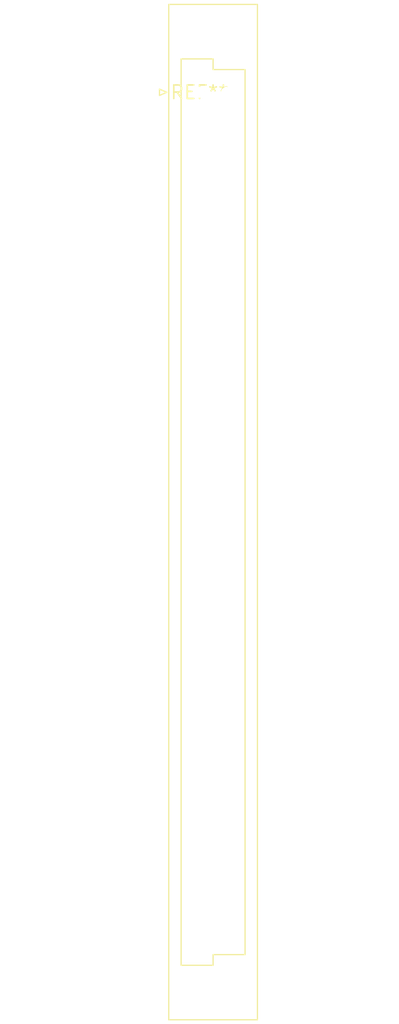
<source format=kicad_pcb>
(kicad_pcb (version 20240108) (generator pcbnew)
  (layers (0 "F.Cu" signal) (31 "B.Cu" signal) (34 "B.Paste" user) (35 "F.Paste" user) (36 "B.SilkS" user "B.Silkscreen") (37 "F.SilkS" user "F.Silkscreen") (38 "B.Mask" user) (39 "F.Mask" user) (44 "Edge.Cuts" user))
  (net 0 "")
  (footprint "DIN41612_B_2x32_Female_Vertical_THT" (layer "F.Cu") (at 0 0)
    (property "Reference" "REF**")
    (property "Value" "DIN41612_B_2x32_Female_Vertical_THT")
    (fp_line (start -3.76 -0.3) (end -3.76 0.3) (layer "F.SilkS") (stroke (width 0.12)))
    (fp_line (start -3.76 0.3) (end -3.08 0) (layer "F.SilkS") (stroke (width 0.12)))
    (fp_line (start -3.08 0) (end -3.76 -0.3) (layer "F.SilkS") (stroke (width 0.12)))
    (fp_line (start -2.89 -8.24) (end 5.43 -8.24) (layer "F.SilkS") (stroke (width 0.12)))
    (fp_line (start -2.89 86.98) (end -2.89 -8.24) (layer "F.SilkS") (stroke (width 0.12)))
    (fp_line (start -1.73 -3.131) (end 1.27 -3.131) (layer "F.SilkS") (stroke (width 0.12)))
    (fp_line (start -1.73 81.87) (end -1.73 -3.131) (layer "F.SilkS") (stroke (width 0.12)))
    (fp_line (start 1.27 -3.131) (end 1.27 -2.131) (layer "F.SilkS") (stroke (width 0.12)))
    (fp_line (start 1.27 -2.131) (end 4.27 -2.131) (layer "F.SilkS") (stroke (width 0.12)))
    (fp_line (start 1.27 80.87) (end 1.27 81.87) (layer "F.SilkS") (stroke (width 0.12)))
    (fp_line (start 1.27 81.87) (end -1.73 81.87) (layer "F.SilkS") (stroke (width 0.12)))
    (fp_line (start 4.27 -2.131) (end 4.27 80.87) (layer "F.SilkS") (stroke (width 0.12)))
    (fp_line (start 4.27 80.87) (end 1.27 80.87) (layer "F.SilkS") (stroke (width 0.12)))
    (fp_line (start 5.43 -8.24) (end 5.43 86.98) (layer "F.SilkS") (stroke (width 0.12)))
    (fp_line (start 5.43 86.98) (end -2.89 86.98) (layer "F.SilkS") (stroke (width 0.12)))
    (pad "" np_thru_hole circle (at 2.24 -5.63) (size 2.85 2.85) (drill 2.85) (layers *.Cu *.Mask))
    (pad "" np_thru_hole circle (at 2.24 84.37) (size 2.85 2.85) (drill 2.85) (layers *.Cu *.Mask))
    (pad "a1" thru_hole roundrect (at 0 0) (size 1.55 1.55) (drill 1) (layers *.Cu *.Mask) (remove_unused_layers) (roundrect_rratio 0.16129))
    (pad "a2" thru_hole circle (at 0 2.54) (size 1.55 1.55) (drill 1) (layers *.Cu *.Mask) (remove_unused_layers))
    (pad "a3" thru_hole circle (at 0 5.08) (size 1.55 1.55) (drill 1) (layers *.Cu *.Mask) (remove_unused_layers))
    (pad "a4" thru_hole circle (at 0 7.62) (size 1.55 1.55) (drill 1) (layers *.Cu *.Mask) (remove_unused_layers))
    (pad "a5" thru_hole circle (at 0 10.16) (size 1.55 1.55) (drill 1) (layers *.Cu *.Mask) (remove_unused_layers))
    (pad "a6" thru_hole circle (at 0 12.7) (size 1.55 1.55) (drill 1) (layers *.Cu *.Mask) (remove_unused_layers))
    (pad "a7" thru_hole circle (at 0 15.24) (size 1.55 1.55) (drill 1) (layers *.Cu *.Mask) (remove_unused_layers))
    (pad "a8" thru_hole circle (at 0 17.78) (size 1.55 1.55) (drill 1) (layers *.Cu *.Mask) (remove_unused_layers))
    (pad "a9" thru_hole circle (at 0 20.32) (size 1.55 1.55) (drill 1) (layers *.Cu *.Mask) (remove_unused_layers))
    (pad "a10" thru_hole circle (at 0 22.86) (size 1.55 1.55) (drill 1) (layers *.Cu *.Mask) (remove_unused_layers))
    (pad "a11" thru_hole circle (at 0 25.4) (size 1.55 1.55) (drill 1) (layers *.Cu *.Mask) (remove_unused_layers))
    (pad "a12" thru_hole circle (at 0 27.94) (size 1.55 1.55) (drill 1) (layers *.Cu *.Mask) (remove_unused_layers))
    (pad "a13" thru_hole circle (at 0 30.48) (size 1.55 1.55) (drill 1) (layers *.Cu *.Mask) (remove_unused_layers))
    (pad "a14" thru_hole circle (at 0 33.02) (size 1.55 1.55) (drill 1) (layers *.Cu *.Mask) (remove_unused_layers))
    (pad "a15" thru_hole circle (at 0 35.56) (size 1.55 1.55) (drill 1) (layers *.Cu *.Mask) (remove_unused_layers))
    (pad "a16" thru_hole circle (at 0 38.1) (size 1.55 1.55) (drill 1) (layers *.Cu *.Mask) (remove_unused_layers))
    (pad "a17" thru_hole circle (at 0 40.64) (size 1.55 1.55) (drill 1) (layers *.Cu *.Mask) (remove_unused_layers))
    (pad "a18" thru_hole circle (at 0 43.18) (size 1.55 1.55) (drill 1) (layers *.Cu *.Mask) (remove_unused_layers))
    (pad "a19" thru_hole circle (at 0 45.72) (size 1.55 1.55) (drill 1) (layers *.Cu *.Mask) (remove_unused_layers))
    (pad "a20" thru_hole circle (at 0 48.26) (size 1.55 1.55) (drill 1) (layers *.Cu *.Mask) (remove_unused_layers))
    (pad "a21" thru_hole circle (at 0 50.8) (size 1.55 1.55) (drill 1) (layers *.Cu *.Mask) (remove_unused_layers))
    (pad "a22" thru_hole circle (at 0 53.34) (size 1.55 1.55) (drill 1) (layers *.Cu *.Mask) (remove_unused_layers))
    (pad "a23" thru_hole circle (at 0 55.88) (size 1.55 1.55) (drill 1) (layers *.Cu *.Mask) (remove_unused_layers))
    (pad "a24" thru_hole circle (at 0 58.42) (size 1.55 1.55) (drill 1) (layers *.Cu *.Mask) (remove_unused_layers))
    (pad "a25" thru_hole circle (at 0 60.96) (size 1.55 1.55) (drill 1) (layers *.Cu *.Mask) (remove_unused_layers))
    (pad "a26" thru_hole circle (at 0 63.5) (size 1.55 1.55) (drill 1) (layers *.Cu *.Mask) (remove_unused_layers))
    (pad "a27" thru_hole circle (at 0 66.04) (size 1.55 1.55) (drill 1) (layers *.Cu *.Mask) (remove_unused_layers))
    (pad "a28" thru_hole circle (at 0 68.58) (size 1.55 1.55) (drill 1) (layers *.Cu *.Mask) (remove_unused_layers))
    (pad "a29" thru_hole circle (at 0 71.12) (size 1.55 1.55) (drill 1) (layers *.Cu *.Mask) (remove_unused_layers))
    (pad "a30" thru_hole circle (at 0 73.66) (size 1.55 1.55) (drill 1) (layers *.Cu *.Mask) (remove_unused_layers))
    (pad "a31" thru_hole circle (at 0 76.2) (size 1.55 1.55) (drill 1) (layers *.Cu *.Mask) (remove_unused_layers))
    (pad "a32" thru_hole circle (at 0 78.74) (size 1.55 1.55) (drill 1) (layers *.Cu *.Mask) (remove_unused_layers))
    (pad "b1" thru_hole circle (at 2.54 0) (size 1.55 1.55) (drill 1) (layers *.Cu *.Mask) (remove_unused_layers))
    (pad "b2" thru_hole circle (at 2.54 2.54) (size 1.55 1.55) (drill 1) (layers *.Cu *.Mask) (remove_unused_layers))
    (pad "b3" thru_hole circle (at 2.54 5.08) (size 1.55 1.55) (drill 1) (layers *.Cu *.Mask) (remove_unused_layers))
    (pad "b4" thru_hole circle (at 2.54 7.62) (size 1.55 1.55) (drill 1) (layers *.Cu *.Mask) (remove_unused_layers))
    (pad "b5" thru_hole circle (at 2.54 10.16) (size 1.55 1.55) (drill 1) (layers *.Cu *.Mask) (remove_unused_layers))
    (pad "b6" thru_hole circle (at 2.54 12.7) (size 1.55 1.55) (drill 1) (layers *.Cu *.Mask) (remove_unused_layers))
    (pad "b7" thru_hole circle (at 2.54 15.24) (size 1.55 1.55) (drill 1) (layers *.Cu *.Mask) (remove_unused_layers))
    (pad "b8" thru_hole circle (at 2.54 17.78) (size 1.55 1.55) (drill 1) (layers *.Cu *.Mask) (remove_unused_layers))
    (pad "b9" thru_hole circle (at 2.54 20.32) (size 1.55 1.55) (drill 1) (layers *.Cu *.Mask) (remove_unused_layers))
    (pad "b10" thru_hole circle (at 2.54 22.86) (size 1.55 1.55) (drill 1) (layers *.Cu *.Mask) (remove_unused_layers))
    (pad "b11" thru_hole circle (at 2.54 25.4) (size 1.55 1.55) (drill 1) (layers *.Cu *.Mask) (remove_unused_layers))
    (pad "b12" thru_hole circle (at 2.54 27.94) (size 1.55 1.55) (drill 1) (layers *.Cu *.Mask) (remove_unused_layers))
    (pad "b13" thru_hole circle (at 2.54 30.48) (size 1.55 1.55) (drill 1) (layers *.Cu *.Mask) (remove_unused_layers))
    (pad "b14" thru_hole circle (at 2.54 33.02) (size 1.55 1.55) (drill 1) (layers *.Cu *.Mask) (remove_unused_layers))
    (pad "b15" thru_hole circle (at 2.54 35.56) (size 1.55 1.55) (drill 1) (layers *.Cu *.Mask) (remove_unused_layers))
    (pad "b16" thru_hole circle (at 2.54 38.1) (size 1.55 1.55) (drill 1) (layers *.Cu *.Mask) (remove_unused_layers))
    (pad "b17" thru_hole circle (at 2.54 40.64) (size 1.55 1.55) (drill 1) (layers *.Cu *.Mask) (remove_unused_layers))
    (pad "b18" thru_hole circle (at 2.54 43.18) (size 1.55 1.55) (drill 1) (layers *.Cu *.Mask) (remove_unused_layers))
    (pad "b19" thru_hole circle (at 2.54 45.72) (size 1.55 1.55) (drill 1) (layers *.Cu *.Mask) (remove_unused_layers))
    (pad "b20" thru_hole circle (at 2.54 48.26) (size 1.55 1.55) (drill 1) (layers *.Cu *.Mask) (remove_unused_layers))
    (pad "b21" thru_hole circle (at 2.54 50.8) (size 1.55 1.55) (drill 1) (layers *.Cu *.Mask) (remove_unused_layers))
    (pad "b22" thru_hole circle (at 2.54 53.34) (size 1.55 1.55) (drill 1) (layers *.Cu *.Mask) (remove_unused_layers))
    (pad "b23" thru_hole circle (at 2.54 55.88) (size 1.55 1.55) (drill 1) (layers *.Cu *.Mask) (remove_unused_layers))
    (pad "b24" thru_hole circle (at 2.54 58.42) (size 1.55 1.55) (drill 1) (layers *.Cu *.Mask) (remove_unused_layers))
    (pad "b25" thru_hole circle (at 2.54 60.96) (size 1.55 1.55) (drill 1) (layers *.Cu *.Mask) (remove_unused_layers))
    (pad "b26" thru_hole circle (at 2.54 63.5) (size 1.55 1.55) (drill 1) (layers *.Cu *.Mask) (remove_unused_layers))
    (pad "b27" thru_hole circle (at 2.54 66.04) (size 1.55 1.55) (drill 1) (layers *.Cu *.Mask) (remove_unused_layers))
    (pad "b28" thru_hole circle (at 2.54 68.58) (size 1.55 1.55) (drill 1) (layers *.Cu *.Mask) (remove_unused_layers))
    (pad "b29" thru_hole circle (at 2.54 71.12) (size 1.55 1.55) (drill 1) (layers *.Cu *.Mask) (remove_unused_layers))
    (pad "b30" thru_hole circle (at 2.54 73.66) (size 1.55 1.55) (drill 1) (layers *.Cu *.Mask) (remove_unused_layers))
    (pad "b31" thru_hole circle (at 2.54 76.2) (size 1.55 1.55) (drill 1) (layers *.Cu *.Mask) (remove_unused_layers))
    (pad "b32" thru_hole circle (at 2.54 78.74) (size 1.55 1.55) (drill 1) (layers *.Cu *.Mask) (remove_unused_layers))
  )
)
</source>
